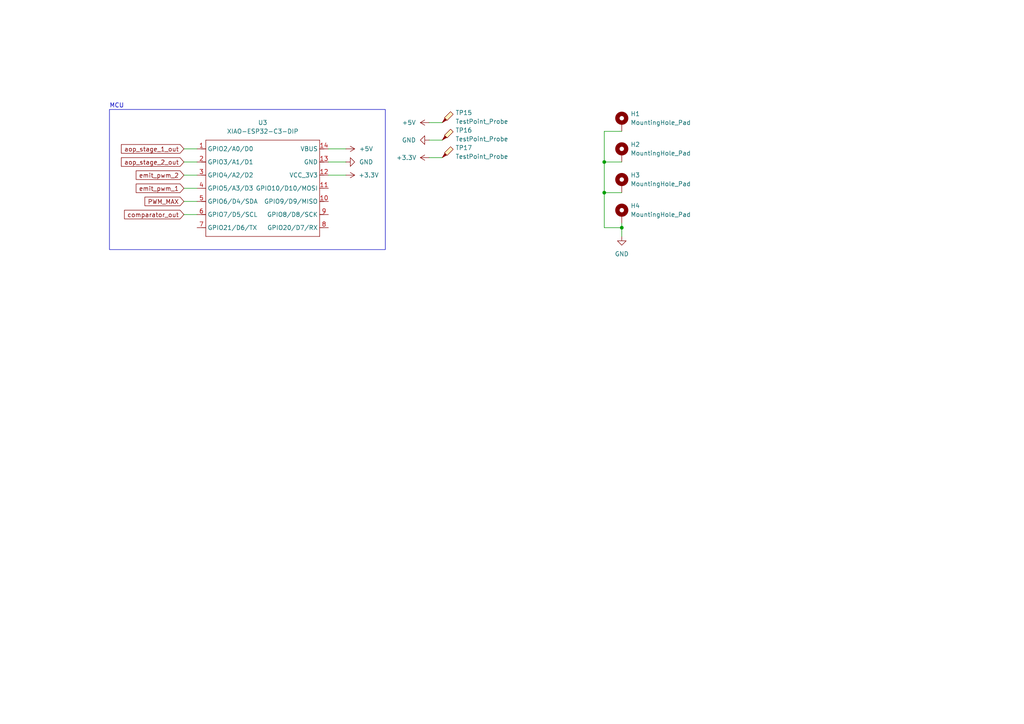
<source format=kicad_sch>
(kicad_sch (version 20250114) (generator "eeschema") (generator_version "9.0")
  (paper "A4")
  (lib_symbols
    (symbol "Connector:TestPoint_Probe" (pin_numbers (hide yes)) (pin_names (offset 0.762) (hide yes))
      (property "Reference" "TP" (at 1.651 5.842 0))
      (property "Value" "TestPoint_Probe" (at 1.651 4.064 0))
      (symbol "TestPoint_Probe_0_1"
        (polyline (pts (xy 1.27 0.762) (xy 0 0) (xy 0.762 1.27) (xy 1.27 0.762)) (fill (type outline)))
        (polyline (pts (xy 1.397 0.635) (xy 0.635 1.397) (xy 2.413 3.175) (xy 3.175 2.413) (xy 1.397 0.635)) (fill (type background)))
      )
      (symbol "TestPoint_Probe_1_1"
        (pin passive line (at 0 0 90) (length 0) (name "1") (number "1"))
      )
    )
    (symbol "Mechanical:MountingHole_Pad" (pin_numbers (hide yes)) (pin_names (offset 1.016) (hide yes)) (exclude_from_sim yes) (in_bom no)
      (property "Reference" "H" (at 0 6.35 0))
      (property "Value" "MountingHole_Pad" (at 0 4.445 0))
      (symbol "MountingHole_Pad_0_1"
        (circle (center 0 1.27) (radius 1.27) (stroke (width 1.27)))
      )
      (symbol "MountingHole_Pad_1_1"
        (pin input line (at 0 -2.54 90) (length 2.54) (name "1") (number "1"))
      )
    )
    (symbol "Seeduino:XIAO-ESP32-C3-DIP"
      (property "Reference" "U" (at 1.016 2.794 0))
      (property "Value" "XIAO-ESP32-C3-DIP" (at 7.62 1.016 0))
      (symbol "XIAO-ESP32-C3-DIP_1_0"
        (polyline (pts (xy 0 0) (xy 33.02 0)) (stroke (width 0.1524)))
        (polyline (pts (xy 0 -2.54) (xy -1.27 -2.54)) (stroke (width 0.1524)))
        (polyline (pts (xy 0 -2.54) (xy 0 0)) (stroke (width 0.1524)))
        (polyline (pts (xy 0 -6.35) (xy -1.27 -6.35)) (stroke (width 0.1524)))
        (polyline (pts (xy 0 -6.35) (xy 0 -2.54)) (stroke (width 0.1524)))
        (polyline (pts (xy 0 -10.16) (xy -1.27 -10.16)) (stroke (width 0.1524)))
        (polyline (pts (xy 0 -10.16) (xy 0 -6.35)) (stroke (width 0.1524)))
        (polyline (pts (xy 0 -13.97) (xy -1.27 -13.97)) (stroke (width 0.1524)))
        (polyline (pts (xy 0 -13.97) (xy 0 -10.16)) (stroke (width 0.1524)))
        (polyline (pts (xy 0 -17.78) (xy -1.27 -17.78)) (stroke (width 0.1524)))
        (polyline (pts (xy 0 -21.59) (xy -1.27 -21.59)) (stroke (width 0.1524)))
        (polyline (pts (xy 0 -25.4) (xy -1.27 -25.4)) (stroke (width 0.1524)))
        (polyline (pts (xy 0 -27.94) (xy 0 -13.97)) (stroke (width 0.1524)))
        (polyline (pts (xy 33.02 0) (xy 33.02 -2.54)) (stroke (width 0.1524)))
        (polyline (pts (xy 33.02 -2.54) (xy 33.02 -6.35)) (stroke (width 0.1524)))
        (polyline (pts (xy 33.02 -6.35) (xy 33.02 -10.16)) (stroke (width 0.1524)))
        (polyline (pts (xy 33.02 -10.16) (xy 33.02 -27.94)) (stroke (width 0.1524)))
        (polyline (pts (xy 33.02 -27.94) (xy 0 -27.94)) (stroke (width 0.1524)))
        (polyline (pts (xy 34.29 -2.54) (xy 33.02 -2.54)) (stroke (width 0.1524)))
        (polyline (pts (xy 34.29 -6.35) (xy 33.02 -6.35)) (stroke (width 0.1524)))
        (polyline (pts (xy 34.29 -10.16) (xy 33.02 -10.16)) (stroke (width 0.1524)))
        (polyline (pts (xy 34.29 -13.97) (xy 33.02 -13.97)) (stroke (width 0.1524)))
        (polyline (pts (xy 34.29 -17.78) (xy 33.02 -17.78)) (stroke (width 0.1524)))
        (polyline (pts (xy 34.29 -21.59) (xy 33.02 -21.59)) (stroke (width 0.1524)))
        (polyline (pts (xy 34.29 -25.4) (xy 33.02 -25.4)) (stroke (width 0.1524)))
        (pin passive line (at -2.54 -2.54 0) (length 2.54) (name "GPIO2/A0/D0") (number "1"))
        (pin passive line (at -2.54 -6.35 0) (length 2.54) (name "GPIO3/A1/D1") (number "2"))
        (pin passive line (at -2.54 -10.16 0) (length 2.54) (name "GPIO4/A2/D2") (number "3"))
        (pin passive line (at -2.54 -13.97 0) (length 2.54) (name "GPIO5/A3/D3") (number "4"))
        (pin passive line (at -2.54 -17.78 0) (length 2.54) (name "GPIO6/D4/SDA") (number "5"))
        (pin passive line (at -2.54 -21.59 0) (length 2.54) (name "GPIO7/D5/SCL") (number "6"))
        (pin passive line (at -2.54 -25.4 0) (length 2.54) (name "GPIO21/D6/TX") (number "7"))
        (pin passive line (at 35.56 -2.54 180) (length 2.54) (name "VBUS") (number "14"))
        (pin passive line (at 35.56 -6.35 180) (length 2.54) (name "GND") (number "13"))
        (pin passive line (at 35.56 -10.16 180) (length 2.54) (name "VCC_3V3") (number "12"))
        (pin passive line (at 35.56 -13.97 180) (length 2.54) (name "GPIO10/D10/MOSI") (number "11"))
        (pin passive line (at 35.56 -17.78 180) (length 2.54) (name "GPIO9/D9/MISO") (number "10"))
        (pin passive line (at 35.56 -21.59 180) (length 2.54) (name "GPIO8/D8/SCK") (number "9"))
        (pin passive line (at 35.56 -25.4 180) (length 2.54) (name "GPIO20/D7/RX") (number "8"))
      )
    )
    (symbol "power:+3.3V" (power) (pin_numbers (hide yes)) (pin_names (offset 0) (hide yes))
      (property "Value" "+3.3V" (at 0 3.556 0))
      (symbol "+3.3V_0_1"
        (polyline (pts (xy -0.762 1.27) (xy 0 2.54)))
        (polyline (pts (xy 0 2.54) (xy 0.762 1.27)))
        (polyline (pts (xy 0 0) (xy 0 2.54)))
      )
      (symbol "+3.3V_1_1"
        (pin power_in line (at 0 0 90) (length 0) (name "~") (number "1"))
      )
    )
    (symbol "power:+5V" (power) (pin_numbers (hide yes)) (pin_names (offset 0) (hide yes))
      (property "Value" "+5V" (at 0 3.556 0))
      (symbol "+5V_0_1"
        (polyline (pts (xy -0.762 1.27) (xy 0 2.54)))
        (polyline (pts (xy 0 2.54) (xy 0.762 1.27)))
        (polyline (pts (xy 0 0) (xy 0 2.54)))
      )
      (symbol "+5V_1_1"
        (pin power_in line (at 0 0 90) (length 0) (name "~") (number "1"))
      )
    )
    (symbol "power:GND" (power) (pin_numbers (hide yes)) (pin_names (offset 0) (hide yes))
      (property "Value" "GND" (at 0 -3.81 0))
      (symbol "GND_0_1"
        (polyline (pts (xy 0 0) (xy 0 -1.27) (xy 1.27 -1.27) (xy 0 -2.54) (xy -1.27 -1.27) (xy 0 -1.27)))
      )
      (symbol "GND_1_1"
        (pin power_in line (at 0 0 270) (length 0) (name "~") (number "1"))
      )
    )
  )
  (rectangle (start 31.75 31.75) (end 111.76 72.39))
  (text "MCU" (at 31.75 30.734 0) (effects (font (size 1.27 1.27)) (justify left)))
  (junction (at 175.26 55.88))
  (junction (at 175.26 46.99))
  (junction (at 180.34 66.04))
  (wire (pts (xy 95.25 43.18) (xy 100.33 43.18)))
  (wire (pts (xy 95.25 50.8) (xy 100.33 50.8)))
  (wire (pts (xy 180.34 55.88) (xy 175.26 55.88)))
  (wire (pts (xy 53.34 43.18) (xy 57.15 43.18)))
  (wire (pts (xy 180.34 66.04) (xy 180.34 68.58)))
  (wire (pts (xy 180.34 38.1) (xy 175.26 38.1)))
  (wire (pts (xy 53.34 46.99) (xy 57.15 46.99)))
  (wire (pts (xy 95.25 46.99) (xy 100.33 46.99)))
  (wire (pts (xy 180.34 64.77) (xy 180.34 66.04)))
  (wire (pts (xy 124.46 40.64) (xy 128.27 40.64)))
  (wire (pts (xy 57.15 62.23) (xy 53.34 62.23)))
  (wire (pts (xy 53.34 50.8) (xy 57.15 50.8)))
  (wire (pts (xy 124.46 35.56) (xy 128.27 35.56)))
  (wire (pts (xy 175.26 46.99) (xy 175.26 55.88)))
  (wire (pts (xy 53.34 58.42) (xy 57.15 58.42)))
  (wire (pts (xy 175.26 55.88) (xy 175.26 66.04)))
  (wire (pts (xy 124.46 45.72) (xy 128.27 45.72)))
  (wire (pts (xy 53.34 54.61) (xy 57.15 54.61)))
  (wire (pts (xy 175.26 66.04) (xy 180.34 66.04)))
  (wire (pts (xy 175.26 38.1) (xy 175.26 46.99)))
  (wire (pts (xy 180.34 46.99) (xy 175.26 46.99)))
  (global_label "aop_stage_2_out" (shape input) (at 53.34 46.99 180) (property "Intersheetrefs" "${INTERSHEET_REFS}" (effects (hide yes))))
  (global_label "aop_stage_1_out" (shape input) (at 53.34 43.18 180) (property "Intersheetrefs" "${INTERSHEET_REFS}" (effects (hide yes))))
  (global_label "comparator_out" (shape input) (at 53.34 62.23 180) (property "Intersheetrefs" "${INTERSHEET_REFS}" (effects (hide yes))))
  (global_label "emit_pwm_1" (shape input) (at 53.34 54.61 180) (property "Intersheetrefs" "${INTERSHEET_REFS}" (effects (hide yes))))
  (global_label "PWM_MAX" (shape input) (at 53.34 58.42 180) (property "Intersheetrefs" "${INTERSHEET_REFS}" (effects (hide yes))))
  (global_label "emit_pwm_2" (shape input) (at 53.34 50.8 180) (property "Intersheetrefs" "${INTERSHEET_REFS}" (effects (hide yes))))
  (symbol (lib_id "power:+5V") (at 124.46 35.56 90) (unit 1)
    (property "Reference" "#PWR09" (effects (hide yes)))
    (property "Value" "+5V" (at 120.65 35.5599 90) (effects (justify left)))
    (property "Description" "Power symbol creates a global label with name \"+5V\"" (effects (hide yes)))
  )
  (symbol (lib_id "Mechanical:MountingHole_Pad") (at 180.34 53.34 0) (unit 1) (exclude_from_sim yes) (in_bom no)
    (property "Reference" "H3" (at 182.88 50.7999 0) (effects (justify left)))
    (property "Value" "MountingHole_Pad" (at 182.88 53.3399 0) (effects (justify left)))
    (property "Footprint" "MountingHole:MountingHole_2.2mm_M2_Pad_TopBottom" (effects (hide yes)))
    (property "Description" "Mounting Hole with connection" (effects (hide yes)))
  )
  (symbol (lib_id "Seeduino:XIAO-ESP32-C3-DIP") (at 59.69 40.64 0) (unit 1)
    (property "Reference" "U3" (at 76.2 35.56 0))
    (property "Value" "XIAO-ESP32-C3-DIP" (at 76.2 38.1 0))
    (property "Footprint" "Seeduino:XIAO-ESP32C3-DIP" (effects (hide yes)))
  )
  (symbol (lib_id "Mechanical:MountingHole_Pad") (at 180.34 44.45 0) (unit 1) (exclude_from_sim yes) (in_bom no)
    (property "Reference" "H2" (at 182.88 41.9099 0) (effects (justify left)))
    (property "Value" "MountingHole_Pad" (at 182.88 44.4499 0) (effects (justify left)))
    (property "Footprint" "MountingHole:MountingHole_2.2mm_M2_Pad_TopBottom" (effects (hide yes)))
    (property "Description" "Mounting Hole with connection" (effects (hide yes)))
  )
  (symbol (lib_id "Connector:TestPoint_Probe") (at 128.27 45.72 0) (unit 1)
    (property "Reference" "TP17" (at 132.08 42.8624 0) (effects (justify left)))
    (property "Value" "TestPoint_Probe" (at 132.08 45.4024 0) (effects (justify left)))
    (property "Footprint" "TestPoint:TestPoint_THTPad_3.0x3.0mm_Drill1.5mm" (effects (hide yes)))
    (property "Description" "test point (alternative probe-style design)" (effects (hide yes)))
  )
  (symbol (lib_id "Connector:TestPoint_Probe") (at 128.27 40.64 0) (unit 1)
    (property "Reference" "TP16" (at 132.08 37.7824 0) (effects (justify left)))
    (property "Value" "TestPoint_Probe" (at 132.08 40.3224 0) (effects (justify left)))
    (property "Footprint" "TestPoint:TestPoint_THTPad_3.0x3.0mm_Drill1.5mm" (effects (hide yes)))
    (property "Description" "test point (alternative probe-style design)" (effects (hide yes)))
  )
  (symbol (lib_id "power:GND") (at 100.33 46.99 90) (unit 1)
    (property "Reference" "#PWR028" (effects (hide yes)))
    (property "Value" "GND" (at 104.14 46.9899 90) (effects (justify right)))
    (property "Description" "Power symbol creates a global label with name \"GND\" , ground" (effects (hide yes)))
  )
  (symbol (lib_id "Mechanical:MountingHole_Pad") (at 180.34 35.56 0) (unit 1) (exclude_from_sim yes) (in_bom no)
    (property "Reference" "H1" (at 182.88 33.0199 0) (effects (justify left)))
    (property "Value" "MountingHole_Pad" (at 182.88 35.5599 0) (effects (justify left)))
    (property "Footprint" "MountingHole:MountingHole_2.2mm_M2_Pad_TopBottom" (effects (hide yes)))
    (property "Description" "Mounting Hole with connection" (effects (hide yes)))
  )
  (symbol (lib_id "power:+5V") (at 100.33 43.18 270) (unit 1)
    (property "Reference" "#PWR030" (effects (hide yes)))
    (property "Value" "+5V" (at 104.14 43.1799 90) (effects (justify left)))
    (property "Description" "Power symbol creates a global label with name \"+5V\"" (effects (hide yes)))
  )
  (symbol (lib_id "power:GND") (at 180.34 68.58 0) (unit 1)
    (property "Reference" "#PWR014" (effects (hide yes)))
    (property "Value" "GND" (at 180.34 73.66 0))
    (property "Description" "Power symbol creates a global label with name \"GND\" , ground" (effects (hide yes)))
  )
  (symbol (lib_id "power:+3.3V") (at 124.46 45.72 90) (unit 1)
    (property "Reference" "#PWR011" (effects (hide yes)))
    (property "Value" "+3.3V" (at 117.856 45.72 90))
    (property "Description" "Power symbol creates a global label with name \"+3.3V\"" (effects (hide yes)))
  )
  (symbol (lib_id "power:+3.3V") (at 100.33 50.8 270) (unit 1)
    (property "Reference" "#PWR029" (effects (hide yes)))
    (property "Value" "+3.3V" (at 106.934 50.8 90))
    (property "Description" "Power symbol creates a global label with name \"+3.3V\"" (effects (hide yes)))
  )
  (symbol (lib_id "Connector:TestPoint_Probe") (at 128.27 35.56 0) (unit 1)
    (property "Reference" "TP15" (at 132.08 32.7024 0) (effects (justify left)))
    (property "Value" "TestPoint_Probe" (at 132.08 35.2424 0) (effects (justify left)))
    (property "Footprint" "TestPoint:TestPoint_THTPad_3.0x3.0mm_Drill1.5mm" (effects (hide yes)))
    (property "Description" "test point (alternative probe-style design)" (effects (hide yes)))
  )
  (symbol (lib_id "Mechanical:MountingHole_Pad") (at 180.34 62.23 0) (unit 1) (exclude_from_sim yes) (in_bom no)
    (property "Reference" "H4" (at 182.88 59.6899 0) (effects (justify left)))
    (property "Value" "MountingHole_Pad" (at 182.88 62.2299 0) (effects (justify left)))
    (property "Footprint" "MountingHole:MountingHole_2.2mm_M2_Pad_TopBottom" (effects (hide yes)))
    (property "Description" "Mounting Hole with connection" (effects (hide yes)))
  )
  (symbol (lib_id "power:GND") (at 124.46 40.64 270) (unit 1)
    (property "Reference" "#PWR010" (effects (hide yes)))
    (property "Value" "GND" (at 120.65 40.6399 90) (effects (justify right)))
    (property "Description" "Power symbol creates a global label with name \"GND\" , ground" (effects (hide yes)))
  )
)
</source>
